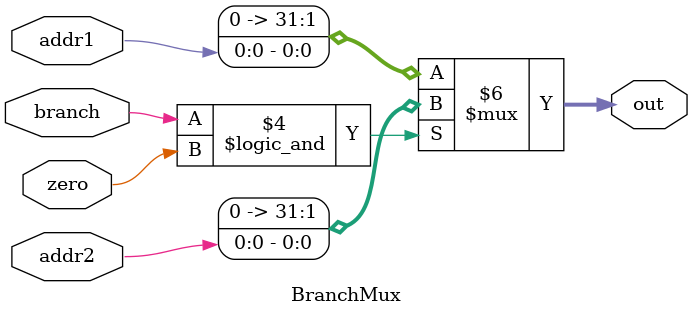
<source format=v>
`timescale 1ns / 1ps

module BranchMux(
    input addr1, // PC + 4
    input addr2, // come from add branch unit
    input branch, // come from control unit
    input zero, // come from ALU
    output reg [31:0] out
    );

    always @(*) begin
        if (branch == 1 && zero == 1)
            out <= addr2;
        else
            out <= addr1;
    end

endmodule

</source>
